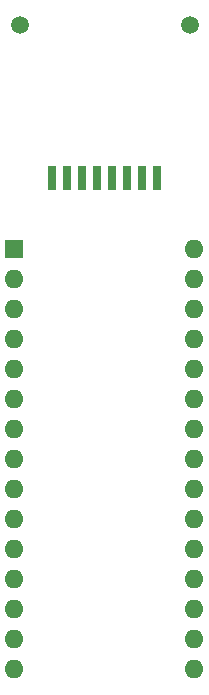
<source format=gbr>
%TF.GenerationSoftware,KiCad,Pcbnew,(6.0.11)*%
%TF.CreationDate,2023-02-11T15:14:05+01:00*%
%TF.ProjectId,gateway-nano-E01-ml01sp4,67617465-7761-4792-9d6e-616e6f2d4530,rev?*%
%TF.SameCoordinates,Original*%
%TF.FileFunction,Soldermask,Top*%
%TF.FilePolarity,Negative*%
%FSLAX46Y46*%
G04 Gerber Fmt 4.6, Leading zero omitted, Abs format (unit mm)*
G04 Created by KiCad (PCBNEW (6.0.11)) date 2023-02-11 15:14:05*
%MOMM*%
%LPD*%
G01*
G04 APERTURE LIST*
%ADD10R,0.800000X2.000000*%
%ADD11C,1.500000*%
%ADD12R,1.600000X1.600000*%
%ADD13O,1.600000X1.600000*%
G04 APERTURE END LIST*
D10*
%TO.C,U1*%
X126999214Y-80371336D03*
X125729214Y-80371336D03*
X124459214Y-80371336D03*
X123189214Y-80371336D03*
X121919214Y-80371336D03*
X120649214Y-80371336D03*
X119379214Y-80371336D03*
X118109214Y-80371336D03*
D11*
X115372425Y-67379410D03*
X129808815Y-67387233D03*
%TD*%
D12*
%TO.C,A1*%
X114935000Y-86360000D03*
D13*
X114935000Y-88900000D03*
X114935000Y-91440000D03*
X114935000Y-93980000D03*
X114935000Y-96520000D03*
X114935000Y-99060000D03*
X114935000Y-101600000D03*
X114935000Y-104140000D03*
X114935000Y-106680000D03*
X114935000Y-109220000D03*
X114935000Y-111760000D03*
X114935000Y-114300000D03*
X114935000Y-116840000D03*
X114935000Y-119380000D03*
X114935000Y-121920000D03*
X130175000Y-121920000D03*
X130175000Y-119380000D03*
X130175000Y-116840000D03*
X130175000Y-114300000D03*
X130175000Y-111760000D03*
X130175000Y-109220000D03*
X130175000Y-106680000D03*
X130175000Y-104140000D03*
X130175000Y-101600000D03*
X130175000Y-99060000D03*
X130175000Y-96520000D03*
X130175000Y-93980000D03*
X130175000Y-91440000D03*
X130175000Y-88900000D03*
X130175000Y-86360000D03*
%TD*%
M02*

</source>
